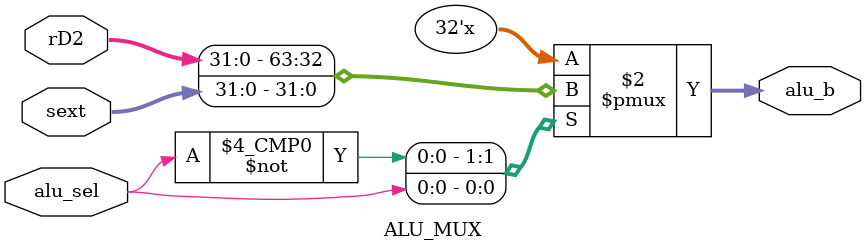
<source format=v>
`timescale 1ns / 1ps


module ALU_MUX(
    input [31:0] rD2,
    input [31:0] sext,
    input alu_sel,
    output reg [31:0] alu_b
    );
    
    always @(*) begin
        case(alu_sel)
            1'b0: alu_b = rD2;
            1'b1: alu_b = sext;
        endcase
    end
    
endmodule

</source>
